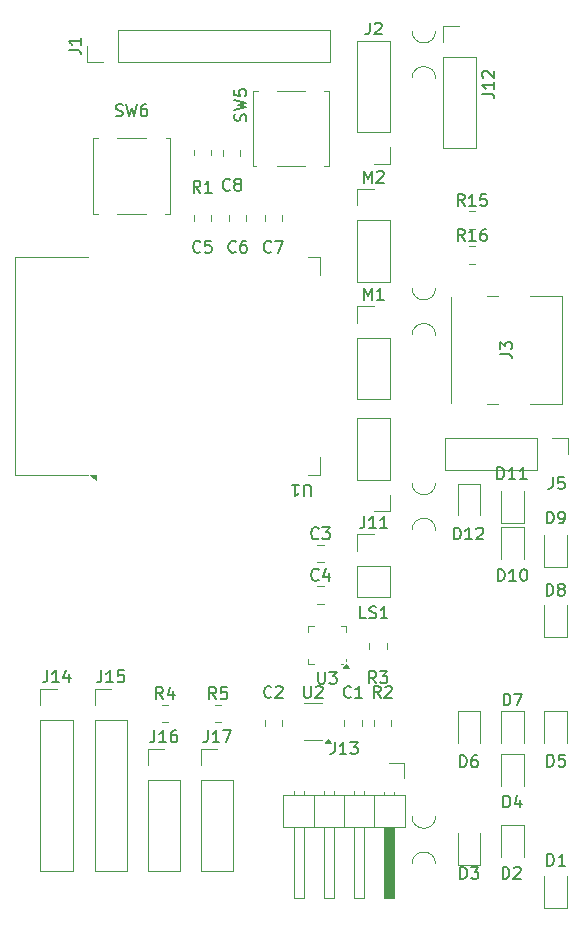
<source format=gbr>
%TF.GenerationSoftware,KiCad,Pcbnew,9.0.4*%
%TF.CreationDate,2025-12-17T09:45:10-05:00*%
%TF.ProjectId,TARS,54415253-2e6b-4696-9361-645f70636258,rev?*%
%TF.SameCoordinates,Original*%
%TF.FileFunction,Legend,Top*%
%TF.FilePolarity,Positive*%
%FSLAX46Y46*%
G04 Gerber Fmt 4.6, Leading zero omitted, Abs format (unit mm)*
G04 Created by KiCad (PCBNEW 9.0.4) date 2025-12-17 09:45:10*
%MOMM*%
%LPD*%
G01*
G04 APERTURE LIST*
%ADD10C,0.150000*%
%ADD11C,0.120000*%
%ADD12C,0.100000*%
G04 APERTURE END LIST*
D10*
X175201905Y-152407819D02*
X175201905Y-151407819D01*
X175201905Y-151407819D02*
X175440000Y-151407819D01*
X175440000Y-151407819D02*
X175582857Y-151455438D01*
X175582857Y-151455438D02*
X175678095Y-151550676D01*
X175678095Y-151550676D02*
X175725714Y-151645914D01*
X175725714Y-151645914D02*
X175773333Y-151836390D01*
X175773333Y-151836390D02*
X175773333Y-151979247D01*
X175773333Y-151979247D02*
X175725714Y-152169723D01*
X175725714Y-152169723D02*
X175678095Y-152264961D01*
X175678095Y-152264961D02*
X175582857Y-152360200D01*
X175582857Y-152360200D02*
X175440000Y-152407819D01*
X175440000Y-152407819D02*
X175201905Y-152407819D01*
X176725714Y-152407819D02*
X176154286Y-152407819D01*
X176440000Y-152407819D02*
X176440000Y-151407819D01*
X176440000Y-151407819D02*
X176344762Y-151550676D01*
X176344762Y-151550676D02*
X176249524Y-151645914D01*
X176249524Y-151645914D02*
X176154286Y-151693533D01*
X171021714Y-128308819D02*
X171021714Y-127308819D01*
X171021714Y-127308819D02*
X171259809Y-127308819D01*
X171259809Y-127308819D02*
X171402666Y-127356438D01*
X171402666Y-127356438D02*
X171497904Y-127451676D01*
X171497904Y-127451676D02*
X171545523Y-127546914D01*
X171545523Y-127546914D02*
X171593142Y-127737390D01*
X171593142Y-127737390D02*
X171593142Y-127880247D01*
X171593142Y-127880247D02*
X171545523Y-128070723D01*
X171545523Y-128070723D02*
X171497904Y-128165961D01*
X171497904Y-128165961D02*
X171402666Y-128261200D01*
X171402666Y-128261200D02*
X171259809Y-128308819D01*
X171259809Y-128308819D02*
X171021714Y-128308819D01*
X172545523Y-128308819D02*
X171974095Y-128308819D01*
X172259809Y-128308819D02*
X172259809Y-127308819D01*
X172259809Y-127308819D02*
X172164571Y-127451676D01*
X172164571Y-127451676D02*
X172069333Y-127546914D01*
X172069333Y-127546914D02*
X171974095Y-127594533D01*
X173164571Y-127308819D02*
X173259809Y-127308819D01*
X173259809Y-127308819D02*
X173355047Y-127356438D01*
X173355047Y-127356438D02*
X173402666Y-127404057D01*
X173402666Y-127404057D02*
X173450285Y-127499295D01*
X173450285Y-127499295D02*
X173497904Y-127689771D01*
X173497904Y-127689771D02*
X173497904Y-127927866D01*
X173497904Y-127927866D02*
X173450285Y-128118342D01*
X173450285Y-128118342D02*
X173402666Y-128213580D01*
X173402666Y-128213580D02*
X173355047Y-128261200D01*
X173355047Y-128261200D02*
X173259809Y-128308819D01*
X173259809Y-128308819D02*
X173164571Y-128308819D01*
X173164571Y-128308819D02*
X173069333Y-128261200D01*
X173069333Y-128261200D02*
X173021714Y-128213580D01*
X173021714Y-128213580D02*
X172974095Y-128118342D01*
X172974095Y-128118342D02*
X172926476Y-127927866D01*
X172926476Y-127927866D02*
X172926476Y-127689771D01*
X172926476Y-127689771D02*
X172974095Y-127499295D01*
X172974095Y-127499295D02*
X173021714Y-127404057D01*
X173021714Y-127404057D02*
X173069333Y-127356438D01*
X173069333Y-127356438D02*
X173164571Y-127308819D01*
X159690476Y-122834819D02*
X159690476Y-123549104D01*
X159690476Y-123549104D02*
X159642857Y-123691961D01*
X159642857Y-123691961D02*
X159547619Y-123787200D01*
X159547619Y-123787200D02*
X159404762Y-123834819D01*
X159404762Y-123834819D02*
X159309524Y-123834819D01*
X160690476Y-123834819D02*
X160119048Y-123834819D01*
X160404762Y-123834819D02*
X160404762Y-122834819D01*
X160404762Y-122834819D02*
X160309524Y-122977676D01*
X160309524Y-122977676D02*
X160214286Y-123072914D01*
X160214286Y-123072914D02*
X160119048Y-123120533D01*
X161642857Y-123834819D02*
X161071429Y-123834819D01*
X161357143Y-123834819D02*
X161357143Y-122834819D01*
X161357143Y-122834819D02*
X161261905Y-122977676D01*
X161261905Y-122977676D02*
X161166667Y-123072914D01*
X161166667Y-123072914D02*
X161071429Y-123120533D01*
X137440476Y-135874819D02*
X137440476Y-136589104D01*
X137440476Y-136589104D02*
X137392857Y-136731961D01*
X137392857Y-136731961D02*
X137297619Y-136827200D01*
X137297619Y-136827200D02*
X137154762Y-136874819D01*
X137154762Y-136874819D02*
X137059524Y-136874819D01*
X138440476Y-136874819D02*
X137869048Y-136874819D01*
X138154762Y-136874819D02*
X138154762Y-135874819D01*
X138154762Y-135874819D02*
X138059524Y-136017676D01*
X138059524Y-136017676D02*
X137964286Y-136112914D01*
X137964286Y-136112914D02*
X137869048Y-136160533D01*
X139345238Y-135874819D02*
X138869048Y-135874819D01*
X138869048Y-135874819D02*
X138821429Y-136351009D01*
X138821429Y-136351009D02*
X138869048Y-136303390D01*
X138869048Y-136303390D02*
X138964286Y-136255771D01*
X138964286Y-136255771D02*
X139202381Y-136255771D01*
X139202381Y-136255771D02*
X139297619Y-136303390D01*
X139297619Y-136303390D02*
X139345238Y-136351009D01*
X139345238Y-136351009D02*
X139392857Y-136446247D01*
X139392857Y-136446247D02*
X139392857Y-136684342D01*
X139392857Y-136684342D02*
X139345238Y-136779580D01*
X139345238Y-136779580D02*
X139297619Y-136827200D01*
X139297619Y-136827200D02*
X139202381Y-136874819D01*
X139202381Y-136874819D02*
X138964286Y-136874819D01*
X138964286Y-136874819D02*
X138869048Y-136827200D01*
X138869048Y-136827200D02*
X138821429Y-136779580D01*
X146440476Y-140954819D02*
X146440476Y-141669104D01*
X146440476Y-141669104D02*
X146392857Y-141811961D01*
X146392857Y-141811961D02*
X146297619Y-141907200D01*
X146297619Y-141907200D02*
X146154762Y-141954819D01*
X146154762Y-141954819D02*
X146059524Y-141954819D01*
X147440476Y-141954819D02*
X146869048Y-141954819D01*
X147154762Y-141954819D02*
X147154762Y-140954819D01*
X147154762Y-140954819D02*
X147059524Y-141097676D01*
X147059524Y-141097676D02*
X146964286Y-141192914D01*
X146964286Y-141192914D02*
X146869048Y-141240533D01*
X147773810Y-140954819D02*
X148440476Y-140954819D01*
X148440476Y-140954819D02*
X148011905Y-141954819D01*
X151823333Y-100409580D02*
X151775714Y-100457200D01*
X151775714Y-100457200D02*
X151632857Y-100504819D01*
X151632857Y-100504819D02*
X151537619Y-100504819D01*
X151537619Y-100504819D02*
X151394762Y-100457200D01*
X151394762Y-100457200D02*
X151299524Y-100361961D01*
X151299524Y-100361961D02*
X151251905Y-100266723D01*
X151251905Y-100266723D02*
X151204286Y-100076247D01*
X151204286Y-100076247D02*
X151204286Y-99933390D01*
X151204286Y-99933390D02*
X151251905Y-99742914D01*
X151251905Y-99742914D02*
X151299524Y-99647676D01*
X151299524Y-99647676D02*
X151394762Y-99552438D01*
X151394762Y-99552438D02*
X151537619Y-99504819D01*
X151537619Y-99504819D02*
X151632857Y-99504819D01*
X151632857Y-99504819D02*
X151775714Y-99552438D01*
X151775714Y-99552438D02*
X151823333Y-99600057D01*
X152156667Y-99504819D02*
X152823333Y-99504819D01*
X152823333Y-99504819D02*
X152394762Y-100504819D01*
X168195642Y-96554819D02*
X167862309Y-96078628D01*
X167624214Y-96554819D02*
X167624214Y-95554819D01*
X167624214Y-95554819D02*
X168005166Y-95554819D01*
X168005166Y-95554819D02*
X168100404Y-95602438D01*
X168100404Y-95602438D02*
X168148023Y-95650057D01*
X168148023Y-95650057D02*
X168195642Y-95745295D01*
X168195642Y-95745295D02*
X168195642Y-95888152D01*
X168195642Y-95888152D02*
X168148023Y-95983390D01*
X168148023Y-95983390D02*
X168100404Y-96031009D01*
X168100404Y-96031009D02*
X168005166Y-96078628D01*
X168005166Y-96078628D02*
X167624214Y-96078628D01*
X169148023Y-96554819D02*
X168576595Y-96554819D01*
X168862309Y-96554819D02*
X168862309Y-95554819D01*
X168862309Y-95554819D02*
X168767071Y-95697676D01*
X168767071Y-95697676D02*
X168671833Y-95792914D01*
X168671833Y-95792914D02*
X168576595Y-95840533D01*
X170052785Y-95554819D02*
X169576595Y-95554819D01*
X169576595Y-95554819D02*
X169528976Y-96031009D01*
X169528976Y-96031009D02*
X169576595Y-95983390D01*
X169576595Y-95983390D02*
X169671833Y-95935771D01*
X169671833Y-95935771D02*
X169909928Y-95935771D01*
X169909928Y-95935771D02*
X170005166Y-95983390D01*
X170005166Y-95983390D02*
X170052785Y-96031009D01*
X170052785Y-96031009D02*
X170100404Y-96126247D01*
X170100404Y-96126247D02*
X170100404Y-96364342D01*
X170100404Y-96364342D02*
X170052785Y-96459580D01*
X170052785Y-96459580D02*
X170005166Y-96507200D01*
X170005166Y-96507200D02*
X169909928Y-96554819D01*
X169909928Y-96554819D02*
X169671833Y-96554819D01*
X169671833Y-96554819D02*
X169576595Y-96507200D01*
X169576595Y-96507200D02*
X169528976Y-96459580D01*
X155161904Y-121140180D02*
X155161904Y-120330657D01*
X155161904Y-120330657D02*
X155114285Y-120235419D01*
X155114285Y-120235419D02*
X155066666Y-120187800D01*
X155066666Y-120187800D02*
X154971428Y-120140180D01*
X154971428Y-120140180D02*
X154780952Y-120140180D01*
X154780952Y-120140180D02*
X154685714Y-120187800D01*
X154685714Y-120187800D02*
X154638095Y-120235419D01*
X154638095Y-120235419D02*
X154590476Y-120330657D01*
X154590476Y-120330657D02*
X154590476Y-121140180D01*
X153590476Y-120140180D02*
X154161904Y-120140180D01*
X153876190Y-120140180D02*
X153876190Y-121140180D01*
X153876190Y-121140180D02*
X153971428Y-120997323D01*
X153971428Y-120997323D02*
X154066666Y-120902085D01*
X154066666Y-120902085D02*
X154161904Y-120854466D01*
X155833333Y-124679580D02*
X155785714Y-124727200D01*
X155785714Y-124727200D02*
X155642857Y-124774819D01*
X155642857Y-124774819D02*
X155547619Y-124774819D01*
X155547619Y-124774819D02*
X155404762Y-124727200D01*
X155404762Y-124727200D02*
X155309524Y-124631961D01*
X155309524Y-124631961D02*
X155261905Y-124536723D01*
X155261905Y-124536723D02*
X155214286Y-124346247D01*
X155214286Y-124346247D02*
X155214286Y-124203390D01*
X155214286Y-124203390D02*
X155261905Y-124012914D01*
X155261905Y-124012914D02*
X155309524Y-123917676D01*
X155309524Y-123917676D02*
X155404762Y-123822438D01*
X155404762Y-123822438D02*
X155547619Y-123774819D01*
X155547619Y-123774819D02*
X155642857Y-123774819D01*
X155642857Y-123774819D02*
X155785714Y-123822438D01*
X155785714Y-123822438D02*
X155833333Y-123870057D01*
X156166667Y-123774819D02*
X156785714Y-123774819D01*
X156785714Y-123774819D02*
X156452381Y-124155771D01*
X156452381Y-124155771D02*
X156595238Y-124155771D01*
X156595238Y-124155771D02*
X156690476Y-124203390D01*
X156690476Y-124203390D02*
X156738095Y-124251009D01*
X156738095Y-124251009D02*
X156785714Y-124346247D01*
X156785714Y-124346247D02*
X156785714Y-124584342D01*
X156785714Y-124584342D02*
X156738095Y-124679580D01*
X156738095Y-124679580D02*
X156690476Y-124727200D01*
X156690476Y-124727200D02*
X156595238Y-124774819D01*
X156595238Y-124774819D02*
X156309524Y-124774819D01*
X156309524Y-124774819D02*
X156214286Y-124727200D01*
X156214286Y-124727200D02*
X156166667Y-124679580D01*
X159857142Y-131454819D02*
X159380952Y-131454819D01*
X159380952Y-131454819D02*
X159380952Y-130454819D01*
X160142857Y-131407200D02*
X160285714Y-131454819D01*
X160285714Y-131454819D02*
X160523809Y-131454819D01*
X160523809Y-131454819D02*
X160619047Y-131407200D01*
X160619047Y-131407200D02*
X160666666Y-131359580D01*
X160666666Y-131359580D02*
X160714285Y-131264342D01*
X160714285Y-131264342D02*
X160714285Y-131169104D01*
X160714285Y-131169104D02*
X160666666Y-131073866D01*
X160666666Y-131073866D02*
X160619047Y-131026247D01*
X160619047Y-131026247D02*
X160523809Y-130978628D01*
X160523809Y-130978628D02*
X160333333Y-130931009D01*
X160333333Y-130931009D02*
X160238095Y-130883390D01*
X160238095Y-130883390D02*
X160190476Y-130835771D01*
X160190476Y-130835771D02*
X160142857Y-130740533D01*
X160142857Y-130740533D02*
X160142857Y-130645295D01*
X160142857Y-130645295D02*
X160190476Y-130550057D01*
X160190476Y-130550057D02*
X160238095Y-130502438D01*
X160238095Y-130502438D02*
X160333333Y-130454819D01*
X160333333Y-130454819D02*
X160571428Y-130454819D01*
X160571428Y-130454819D02*
X160714285Y-130502438D01*
X161666666Y-131454819D02*
X161095238Y-131454819D01*
X161380952Y-131454819D02*
X161380952Y-130454819D01*
X161380952Y-130454819D02*
X161285714Y-130597676D01*
X161285714Y-130597676D02*
X161190476Y-130692914D01*
X161190476Y-130692914D02*
X161095238Y-130740533D01*
X145823333Y-100409580D02*
X145775714Y-100457200D01*
X145775714Y-100457200D02*
X145632857Y-100504819D01*
X145632857Y-100504819D02*
X145537619Y-100504819D01*
X145537619Y-100504819D02*
X145394762Y-100457200D01*
X145394762Y-100457200D02*
X145299524Y-100361961D01*
X145299524Y-100361961D02*
X145251905Y-100266723D01*
X145251905Y-100266723D02*
X145204286Y-100076247D01*
X145204286Y-100076247D02*
X145204286Y-99933390D01*
X145204286Y-99933390D02*
X145251905Y-99742914D01*
X145251905Y-99742914D02*
X145299524Y-99647676D01*
X145299524Y-99647676D02*
X145394762Y-99552438D01*
X145394762Y-99552438D02*
X145537619Y-99504819D01*
X145537619Y-99504819D02*
X145632857Y-99504819D01*
X145632857Y-99504819D02*
X145775714Y-99552438D01*
X145775714Y-99552438D02*
X145823333Y-99600057D01*
X146728095Y-99504819D02*
X146251905Y-99504819D01*
X146251905Y-99504819D02*
X146204286Y-99981009D01*
X146204286Y-99981009D02*
X146251905Y-99933390D01*
X146251905Y-99933390D02*
X146347143Y-99885771D01*
X146347143Y-99885771D02*
X146585238Y-99885771D01*
X146585238Y-99885771D02*
X146680476Y-99933390D01*
X146680476Y-99933390D02*
X146728095Y-99981009D01*
X146728095Y-99981009D02*
X146775714Y-100076247D01*
X146775714Y-100076247D02*
X146775714Y-100314342D01*
X146775714Y-100314342D02*
X146728095Y-100409580D01*
X146728095Y-100409580D02*
X146680476Y-100457200D01*
X146680476Y-100457200D02*
X146585238Y-100504819D01*
X146585238Y-100504819D02*
X146347143Y-100504819D01*
X146347143Y-100504819D02*
X146251905Y-100457200D01*
X146251905Y-100457200D02*
X146204286Y-100409580D01*
X159690476Y-94574819D02*
X159690476Y-93574819D01*
X159690476Y-93574819D02*
X160023809Y-94289104D01*
X160023809Y-94289104D02*
X160357142Y-93574819D01*
X160357142Y-93574819D02*
X160357142Y-94574819D01*
X160785714Y-93670057D02*
X160833333Y-93622438D01*
X160833333Y-93622438D02*
X160928571Y-93574819D01*
X160928571Y-93574819D02*
X161166666Y-93574819D01*
X161166666Y-93574819D02*
X161261904Y-93622438D01*
X161261904Y-93622438D02*
X161309523Y-93670057D01*
X161309523Y-93670057D02*
X161357142Y-93765295D01*
X161357142Y-93765295D02*
X161357142Y-93860533D01*
X161357142Y-93860533D02*
X161309523Y-94003390D01*
X161309523Y-94003390D02*
X160738095Y-94574819D01*
X160738095Y-94574819D02*
X161357142Y-94574819D01*
X175200905Y-144021819D02*
X175200905Y-143021819D01*
X175200905Y-143021819D02*
X175439000Y-143021819D01*
X175439000Y-143021819D02*
X175581857Y-143069438D01*
X175581857Y-143069438D02*
X175677095Y-143164676D01*
X175677095Y-143164676D02*
X175724714Y-143259914D01*
X175724714Y-143259914D02*
X175772333Y-143450390D01*
X175772333Y-143450390D02*
X175772333Y-143593247D01*
X175772333Y-143593247D02*
X175724714Y-143783723D01*
X175724714Y-143783723D02*
X175677095Y-143878961D01*
X175677095Y-143878961D02*
X175581857Y-143974200D01*
X175581857Y-143974200D02*
X175439000Y-144021819D01*
X175439000Y-144021819D02*
X175200905Y-144021819D01*
X176677095Y-143021819D02*
X176200905Y-143021819D01*
X176200905Y-143021819D02*
X176153286Y-143498009D01*
X176153286Y-143498009D02*
X176200905Y-143450390D01*
X176200905Y-143450390D02*
X176296143Y-143402771D01*
X176296143Y-143402771D02*
X176534238Y-143402771D01*
X176534238Y-143402771D02*
X176629476Y-143450390D01*
X176629476Y-143450390D02*
X176677095Y-143498009D01*
X176677095Y-143498009D02*
X176724714Y-143593247D01*
X176724714Y-143593247D02*
X176724714Y-143831342D01*
X176724714Y-143831342D02*
X176677095Y-143926580D01*
X176677095Y-143926580D02*
X176629476Y-143974200D01*
X176629476Y-143974200D02*
X176534238Y-144021819D01*
X176534238Y-144021819D02*
X176296143Y-144021819D01*
X176296143Y-144021819D02*
X176200905Y-143974200D01*
X176200905Y-143974200D02*
X176153286Y-143926580D01*
X157190476Y-141954819D02*
X157190476Y-142669104D01*
X157190476Y-142669104D02*
X157142857Y-142811961D01*
X157142857Y-142811961D02*
X157047619Y-142907200D01*
X157047619Y-142907200D02*
X156904762Y-142954819D01*
X156904762Y-142954819D02*
X156809524Y-142954819D01*
X158190476Y-142954819D02*
X157619048Y-142954819D01*
X157904762Y-142954819D02*
X157904762Y-141954819D01*
X157904762Y-141954819D02*
X157809524Y-142097676D01*
X157809524Y-142097676D02*
X157714286Y-142192914D01*
X157714286Y-142192914D02*
X157619048Y-142240533D01*
X158523810Y-141954819D02*
X159142857Y-141954819D01*
X159142857Y-141954819D02*
X158809524Y-142335771D01*
X158809524Y-142335771D02*
X158952381Y-142335771D01*
X158952381Y-142335771D02*
X159047619Y-142383390D01*
X159047619Y-142383390D02*
X159095238Y-142431009D01*
X159095238Y-142431009D02*
X159142857Y-142526247D01*
X159142857Y-142526247D02*
X159142857Y-142764342D01*
X159142857Y-142764342D02*
X159095238Y-142859580D01*
X159095238Y-142859580D02*
X159047619Y-142907200D01*
X159047619Y-142907200D02*
X158952381Y-142954819D01*
X158952381Y-142954819D02*
X158666667Y-142954819D01*
X158666667Y-142954819D02*
X158571429Y-142907200D01*
X158571429Y-142907200D02*
X158523810Y-142859580D01*
X170976214Y-119676819D02*
X170976214Y-118676819D01*
X170976214Y-118676819D02*
X171214309Y-118676819D01*
X171214309Y-118676819D02*
X171357166Y-118724438D01*
X171357166Y-118724438D02*
X171452404Y-118819676D01*
X171452404Y-118819676D02*
X171500023Y-118914914D01*
X171500023Y-118914914D02*
X171547642Y-119105390D01*
X171547642Y-119105390D02*
X171547642Y-119248247D01*
X171547642Y-119248247D02*
X171500023Y-119438723D01*
X171500023Y-119438723D02*
X171452404Y-119533961D01*
X171452404Y-119533961D02*
X171357166Y-119629200D01*
X171357166Y-119629200D02*
X171214309Y-119676819D01*
X171214309Y-119676819D02*
X170976214Y-119676819D01*
X172500023Y-119676819D02*
X171928595Y-119676819D01*
X172214309Y-119676819D02*
X172214309Y-118676819D01*
X172214309Y-118676819D02*
X172119071Y-118819676D01*
X172119071Y-118819676D02*
X172023833Y-118914914D01*
X172023833Y-118914914D02*
X171928595Y-118962533D01*
X173452404Y-119676819D02*
X172880976Y-119676819D01*
X173166690Y-119676819D02*
X173166690Y-118676819D01*
X173166690Y-118676819D02*
X173071452Y-118819676D01*
X173071452Y-118819676D02*
X172976214Y-118914914D01*
X172976214Y-118914914D02*
X172880976Y-118962533D01*
X171426905Y-153514819D02*
X171426905Y-152514819D01*
X171426905Y-152514819D02*
X171665000Y-152514819D01*
X171665000Y-152514819D02*
X171807857Y-152562438D01*
X171807857Y-152562438D02*
X171903095Y-152657676D01*
X171903095Y-152657676D02*
X171950714Y-152752914D01*
X171950714Y-152752914D02*
X171998333Y-152943390D01*
X171998333Y-152943390D02*
X171998333Y-153086247D01*
X171998333Y-153086247D02*
X171950714Y-153276723D01*
X171950714Y-153276723D02*
X171903095Y-153371961D01*
X171903095Y-153371961D02*
X171807857Y-153467200D01*
X171807857Y-153467200D02*
X171665000Y-153514819D01*
X171665000Y-153514819D02*
X171426905Y-153514819D01*
X172379286Y-152610057D02*
X172426905Y-152562438D01*
X172426905Y-152562438D02*
X172522143Y-152514819D01*
X172522143Y-152514819D02*
X172760238Y-152514819D01*
X172760238Y-152514819D02*
X172855476Y-152562438D01*
X172855476Y-152562438D02*
X172903095Y-152610057D01*
X172903095Y-152610057D02*
X172950714Y-152705295D01*
X172950714Y-152705295D02*
X172950714Y-152800533D01*
X172950714Y-152800533D02*
X172903095Y-152943390D01*
X172903095Y-152943390D02*
X172331667Y-153514819D01*
X172331667Y-153514819D02*
X172950714Y-153514819D01*
X134684819Y-83333333D02*
X135399104Y-83333333D01*
X135399104Y-83333333D02*
X135541961Y-83380952D01*
X135541961Y-83380952D02*
X135637200Y-83476190D01*
X135637200Y-83476190D02*
X135684819Y-83619047D01*
X135684819Y-83619047D02*
X135684819Y-83714285D01*
X135684819Y-82333333D02*
X135684819Y-82904761D01*
X135684819Y-82619047D02*
X134684819Y-82619047D01*
X134684819Y-82619047D02*
X134827676Y-82714285D01*
X134827676Y-82714285D02*
X134922914Y-82809523D01*
X134922914Y-82809523D02*
X134970533Y-82904761D01*
X158583333Y-138109580D02*
X158535714Y-138157200D01*
X158535714Y-138157200D02*
X158392857Y-138204819D01*
X158392857Y-138204819D02*
X158297619Y-138204819D01*
X158297619Y-138204819D02*
X158154762Y-138157200D01*
X158154762Y-138157200D02*
X158059524Y-138061961D01*
X158059524Y-138061961D02*
X158011905Y-137966723D01*
X158011905Y-137966723D02*
X157964286Y-137776247D01*
X157964286Y-137776247D02*
X157964286Y-137633390D01*
X157964286Y-137633390D02*
X158011905Y-137442914D01*
X158011905Y-137442914D02*
X158059524Y-137347676D01*
X158059524Y-137347676D02*
X158154762Y-137252438D01*
X158154762Y-137252438D02*
X158297619Y-137204819D01*
X158297619Y-137204819D02*
X158392857Y-137204819D01*
X158392857Y-137204819D02*
X158535714Y-137252438D01*
X158535714Y-137252438D02*
X158583333Y-137300057D01*
X159535714Y-138204819D02*
X158964286Y-138204819D01*
X159250000Y-138204819D02*
X159250000Y-137204819D01*
X159250000Y-137204819D02*
X159154762Y-137347676D01*
X159154762Y-137347676D02*
X159059524Y-137442914D01*
X159059524Y-137442914D02*
X158964286Y-137490533D01*
X148823333Y-100409580D02*
X148775714Y-100457200D01*
X148775714Y-100457200D02*
X148632857Y-100504819D01*
X148632857Y-100504819D02*
X148537619Y-100504819D01*
X148537619Y-100504819D02*
X148394762Y-100457200D01*
X148394762Y-100457200D02*
X148299524Y-100361961D01*
X148299524Y-100361961D02*
X148251905Y-100266723D01*
X148251905Y-100266723D02*
X148204286Y-100076247D01*
X148204286Y-100076247D02*
X148204286Y-99933390D01*
X148204286Y-99933390D02*
X148251905Y-99742914D01*
X148251905Y-99742914D02*
X148299524Y-99647676D01*
X148299524Y-99647676D02*
X148394762Y-99552438D01*
X148394762Y-99552438D02*
X148537619Y-99504819D01*
X148537619Y-99504819D02*
X148632857Y-99504819D01*
X148632857Y-99504819D02*
X148775714Y-99552438D01*
X148775714Y-99552438D02*
X148823333Y-99600057D01*
X149680476Y-99504819D02*
X149490000Y-99504819D01*
X149490000Y-99504819D02*
X149394762Y-99552438D01*
X149394762Y-99552438D02*
X149347143Y-99600057D01*
X149347143Y-99600057D02*
X149251905Y-99742914D01*
X149251905Y-99742914D02*
X149204286Y-99933390D01*
X149204286Y-99933390D02*
X149204286Y-100314342D01*
X149204286Y-100314342D02*
X149251905Y-100409580D01*
X149251905Y-100409580D02*
X149299524Y-100457200D01*
X149299524Y-100457200D02*
X149394762Y-100504819D01*
X149394762Y-100504819D02*
X149585238Y-100504819D01*
X149585238Y-100504819D02*
X149680476Y-100457200D01*
X149680476Y-100457200D02*
X149728095Y-100409580D01*
X149728095Y-100409580D02*
X149775714Y-100314342D01*
X149775714Y-100314342D02*
X149775714Y-100076247D01*
X149775714Y-100076247D02*
X149728095Y-99981009D01*
X149728095Y-99981009D02*
X149680476Y-99933390D01*
X149680476Y-99933390D02*
X149585238Y-99885771D01*
X149585238Y-99885771D02*
X149394762Y-99885771D01*
X149394762Y-99885771D02*
X149299524Y-99933390D01*
X149299524Y-99933390D02*
X149251905Y-99981009D01*
X149251905Y-99981009D02*
X149204286Y-100076247D01*
X175163905Y-123422819D02*
X175163905Y-122422819D01*
X175163905Y-122422819D02*
X175402000Y-122422819D01*
X175402000Y-122422819D02*
X175544857Y-122470438D01*
X175544857Y-122470438D02*
X175640095Y-122565676D01*
X175640095Y-122565676D02*
X175687714Y-122660914D01*
X175687714Y-122660914D02*
X175735333Y-122851390D01*
X175735333Y-122851390D02*
X175735333Y-122994247D01*
X175735333Y-122994247D02*
X175687714Y-123184723D01*
X175687714Y-123184723D02*
X175640095Y-123279961D01*
X175640095Y-123279961D02*
X175544857Y-123375200D01*
X175544857Y-123375200D02*
X175402000Y-123422819D01*
X175402000Y-123422819D02*
X175163905Y-123422819D01*
X176211524Y-123422819D02*
X176402000Y-123422819D01*
X176402000Y-123422819D02*
X176497238Y-123375200D01*
X176497238Y-123375200D02*
X176544857Y-123327580D01*
X176544857Y-123327580D02*
X176640095Y-123184723D01*
X176640095Y-123184723D02*
X176687714Y-122994247D01*
X176687714Y-122994247D02*
X176687714Y-122613295D01*
X176687714Y-122613295D02*
X176640095Y-122518057D01*
X176640095Y-122518057D02*
X176592476Y-122470438D01*
X176592476Y-122470438D02*
X176497238Y-122422819D01*
X176497238Y-122422819D02*
X176306762Y-122422819D01*
X176306762Y-122422819D02*
X176211524Y-122470438D01*
X176211524Y-122470438D02*
X176163905Y-122518057D01*
X176163905Y-122518057D02*
X176116286Y-122613295D01*
X176116286Y-122613295D02*
X176116286Y-122851390D01*
X176116286Y-122851390D02*
X176163905Y-122946628D01*
X176163905Y-122946628D02*
X176211524Y-122994247D01*
X176211524Y-122994247D02*
X176306762Y-123041866D01*
X176306762Y-123041866D02*
X176497238Y-123041866D01*
X176497238Y-123041866D02*
X176592476Y-122994247D01*
X176592476Y-122994247D02*
X176640095Y-122946628D01*
X176640095Y-122946628D02*
X176687714Y-122851390D01*
X171205819Y-109083333D02*
X171920104Y-109083333D01*
X171920104Y-109083333D02*
X172062961Y-109130952D01*
X172062961Y-109130952D02*
X172158200Y-109226190D01*
X172158200Y-109226190D02*
X172205819Y-109369047D01*
X172205819Y-109369047D02*
X172205819Y-109464285D01*
X171205819Y-108702380D02*
X171205819Y-108083333D01*
X171205819Y-108083333D02*
X171586771Y-108416666D01*
X171586771Y-108416666D02*
X171586771Y-108273809D01*
X171586771Y-108273809D02*
X171634390Y-108178571D01*
X171634390Y-108178571D02*
X171682009Y-108130952D01*
X171682009Y-108130952D02*
X171777247Y-108083333D01*
X171777247Y-108083333D02*
X172015342Y-108083333D01*
X172015342Y-108083333D02*
X172110580Y-108130952D01*
X172110580Y-108130952D02*
X172158200Y-108178571D01*
X172158200Y-108178571D02*
X172205819Y-108273809D01*
X172205819Y-108273809D02*
X172205819Y-108559523D01*
X172205819Y-108559523D02*
X172158200Y-108654761D01*
X172158200Y-108654761D02*
X172110580Y-108702380D01*
X142670833Y-138304819D02*
X142337500Y-137828628D01*
X142099405Y-138304819D02*
X142099405Y-137304819D01*
X142099405Y-137304819D02*
X142480357Y-137304819D01*
X142480357Y-137304819D02*
X142575595Y-137352438D01*
X142575595Y-137352438D02*
X142623214Y-137400057D01*
X142623214Y-137400057D02*
X142670833Y-137495295D01*
X142670833Y-137495295D02*
X142670833Y-137638152D01*
X142670833Y-137638152D02*
X142623214Y-137733390D01*
X142623214Y-137733390D02*
X142575595Y-137781009D01*
X142575595Y-137781009D02*
X142480357Y-137828628D01*
X142480357Y-137828628D02*
X142099405Y-137828628D01*
X143527976Y-137638152D02*
X143527976Y-138304819D01*
X143289881Y-137257200D02*
X143051786Y-137971485D01*
X143051786Y-137971485D02*
X143670833Y-137971485D01*
X175666666Y-119520819D02*
X175666666Y-120235104D01*
X175666666Y-120235104D02*
X175619047Y-120377961D01*
X175619047Y-120377961D02*
X175523809Y-120473200D01*
X175523809Y-120473200D02*
X175380952Y-120520819D01*
X175380952Y-120520819D02*
X175285714Y-120520819D01*
X176619047Y-119520819D02*
X176142857Y-119520819D01*
X176142857Y-119520819D02*
X176095238Y-119997009D01*
X176095238Y-119997009D02*
X176142857Y-119949390D01*
X176142857Y-119949390D02*
X176238095Y-119901771D01*
X176238095Y-119901771D02*
X176476190Y-119901771D01*
X176476190Y-119901771D02*
X176571428Y-119949390D01*
X176571428Y-119949390D02*
X176619047Y-119997009D01*
X176619047Y-119997009D02*
X176666666Y-120092247D01*
X176666666Y-120092247D02*
X176666666Y-120330342D01*
X176666666Y-120330342D02*
X176619047Y-120425580D01*
X176619047Y-120425580D02*
X176571428Y-120473200D01*
X176571428Y-120473200D02*
X176476190Y-120520819D01*
X176476190Y-120520819D02*
X176238095Y-120520819D01*
X176238095Y-120520819D02*
X176142857Y-120473200D01*
X176142857Y-120473200D02*
X176095238Y-120425580D01*
X155833333Y-128179580D02*
X155785714Y-128227200D01*
X155785714Y-128227200D02*
X155642857Y-128274819D01*
X155642857Y-128274819D02*
X155547619Y-128274819D01*
X155547619Y-128274819D02*
X155404762Y-128227200D01*
X155404762Y-128227200D02*
X155309524Y-128131961D01*
X155309524Y-128131961D02*
X155261905Y-128036723D01*
X155261905Y-128036723D02*
X155214286Y-127846247D01*
X155214286Y-127846247D02*
X155214286Y-127703390D01*
X155214286Y-127703390D02*
X155261905Y-127512914D01*
X155261905Y-127512914D02*
X155309524Y-127417676D01*
X155309524Y-127417676D02*
X155404762Y-127322438D01*
X155404762Y-127322438D02*
X155547619Y-127274819D01*
X155547619Y-127274819D02*
X155642857Y-127274819D01*
X155642857Y-127274819D02*
X155785714Y-127322438D01*
X155785714Y-127322438D02*
X155833333Y-127370057D01*
X156690476Y-127608152D02*
X156690476Y-128274819D01*
X156452381Y-127227200D02*
X156214286Y-127941485D01*
X156214286Y-127941485D02*
X156833333Y-127941485D01*
X154600595Y-137204819D02*
X154600595Y-138014342D01*
X154600595Y-138014342D02*
X154648214Y-138109580D01*
X154648214Y-138109580D02*
X154695833Y-138157200D01*
X154695833Y-138157200D02*
X154791071Y-138204819D01*
X154791071Y-138204819D02*
X154981547Y-138204819D01*
X154981547Y-138204819D02*
X155076785Y-138157200D01*
X155076785Y-138157200D02*
X155124404Y-138109580D01*
X155124404Y-138109580D02*
X155172023Y-138014342D01*
X155172023Y-138014342D02*
X155172023Y-137204819D01*
X155600595Y-137300057D02*
X155648214Y-137252438D01*
X155648214Y-137252438D02*
X155743452Y-137204819D01*
X155743452Y-137204819D02*
X155981547Y-137204819D01*
X155981547Y-137204819D02*
X156076785Y-137252438D01*
X156076785Y-137252438D02*
X156124404Y-137300057D01*
X156124404Y-137300057D02*
X156172023Y-137395295D01*
X156172023Y-137395295D02*
X156172023Y-137490533D01*
X156172023Y-137490533D02*
X156124404Y-137633390D01*
X156124404Y-137633390D02*
X155552976Y-138204819D01*
X155552976Y-138204819D02*
X156172023Y-138204819D01*
X138666667Y-88907200D02*
X138809524Y-88954819D01*
X138809524Y-88954819D02*
X139047619Y-88954819D01*
X139047619Y-88954819D02*
X139142857Y-88907200D01*
X139142857Y-88907200D02*
X139190476Y-88859580D01*
X139190476Y-88859580D02*
X139238095Y-88764342D01*
X139238095Y-88764342D02*
X139238095Y-88669104D01*
X139238095Y-88669104D02*
X139190476Y-88573866D01*
X139190476Y-88573866D02*
X139142857Y-88526247D01*
X139142857Y-88526247D02*
X139047619Y-88478628D01*
X139047619Y-88478628D02*
X138857143Y-88431009D01*
X138857143Y-88431009D02*
X138761905Y-88383390D01*
X138761905Y-88383390D02*
X138714286Y-88335771D01*
X138714286Y-88335771D02*
X138666667Y-88240533D01*
X138666667Y-88240533D02*
X138666667Y-88145295D01*
X138666667Y-88145295D02*
X138714286Y-88050057D01*
X138714286Y-88050057D02*
X138761905Y-88002438D01*
X138761905Y-88002438D02*
X138857143Y-87954819D01*
X138857143Y-87954819D02*
X139095238Y-87954819D01*
X139095238Y-87954819D02*
X139238095Y-88002438D01*
X139571429Y-87954819D02*
X139809524Y-88954819D01*
X139809524Y-88954819D02*
X140000000Y-88240533D01*
X140000000Y-88240533D02*
X140190476Y-88954819D01*
X140190476Y-88954819D02*
X140428572Y-87954819D01*
X141238095Y-87954819D02*
X141047619Y-87954819D01*
X141047619Y-87954819D02*
X140952381Y-88002438D01*
X140952381Y-88002438D02*
X140904762Y-88050057D01*
X140904762Y-88050057D02*
X140809524Y-88192914D01*
X140809524Y-88192914D02*
X140761905Y-88383390D01*
X140761905Y-88383390D02*
X140761905Y-88764342D01*
X140761905Y-88764342D02*
X140809524Y-88859580D01*
X140809524Y-88859580D02*
X140857143Y-88907200D01*
X140857143Y-88907200D02*
X140952381Y-88954819D01*
X140952381Y-88954819D02*
X141142857Y-88954819D01*
X141142857Y-88954819D02*
X141238095Y-88907200D01*
X141238095Y-88907200D02*
X141285714Y-88859580D01*
X141285714Y-88859580D02*
X141333333Y-88764342D01*
X141333333Y-88764342D02*
X141333333Y-88526247D01*
X141333333Y-88526247D02*
X141285714Y-88431009D01*
X141285714Y-88431009D02*
X141238095Y-88383390D01*
X141238095Y-88383390D02*
X141142857Y-88335771D01*
X141142857Y-88335771D02*
X140952381Y-88335771D01*
X140952381Y-88335771D02*
X140857143Y-88383390D01*
X140857143Y-88383390D02*
X140809524Y-88431009D01*
X140809524Y-88431009D02*
X140761905Y-88526247D01*
X159690476Y-104494819D02*
X159690476Y-103494819D01*
X159690476Y-103494819D02*
X160023809Y-104209104D01*
X160023809Y-104209104D02*
X160357142Y-103494819D01*
X160357142Y-103494819D02*
X160357142Y-104494819D01*
X161357142Y-104494819D02*
X160785714Y-104494819D01*
X161071428Y-104494819D02*
X161071428Y-103494819D01*
X161071428Y-103494819D02*
X160976190Y-103637676D01*
X160976190Y-103637676D02*
X160880952Y-103732914D01*
X160880952Y-103732914D02*
X160785714Y-103780533D01*
X171479905Y-147480819D02*
X171479905Y-146480819D01*
X171479905Y-146480819D02*
X171718000Y-146480819D01*
X171718000Y-146480819D02*
X171860857Y-146528438D01*
X171860857Y-146528438D02*
X171956095Y-146623676D01*
X171956095Y-146623676D02*
X172003714Y-146718914D01*
X172003714Y-146718914D02*
X172051333Y-146909390D01*
X172051333Y-146909390D02*
X172051333Y-147052247D01*
X172051333Y-147052247D02*
X172003714Y-147242723D01*
X172003714Y-147242723D02*
X171956095Y-147337961D01*
X171956095Y-147337961D02*
X171860857Y-147433200D01*
X171860857Y-147433200D02*
X171718000Y-147480819D01*
X171718000Y-147480819D02*
X171479905Y-147480819D01*
X172908476Y-146814152D02*
X172908476Y-147480819D01*
X172670381Y-146433200D02*
X172432286Y-147147485D01*
X172432286Y-147147485D02*
X173051333Y-147147485D01*
X161083333Y-138204819D02*
X160750000Y-137728628D01*
X160511905Y-138204819D02*
X160511905Y-137204819D01*
X160511905Y-137204819D02*
X160892857Y-137204819D01*
X160892857Y-137204819D02*
X160988095Y-137252438D01*
X160988095Y-137252438D02*
X161035714Y-137300057D01*
X161035714Y-137300057D02*
X161083333Y-137395295D01*
X161083333Y-137395295D02*
X161083333Y-137538152D01*
X161083333Y-137538152D02*
X161035714Y-137633390D01*
X161035714Y-137633390D02*
X160988095Y-137681009D01*
X160988095Y-137681009D02*
X160892857Y-137728628D01*
X160892857Y-137728628D02*
X160511905Y-137728628D01*
X161464286Y-137300057D02*
X161511905Y-137252438D01*
X161511905Y-137252438D02*
X161607143Y-137204819D01*
X161607143Y-137204819D02*
X161845238Y-137204819D01*
X161845238Y-137204819D02*
X161940476Y-137252438D01*
X161940476Y-137252438D02*
X161988095Y-137300057D01*
X161988095Y-137300057D02*
X162035714Y-137395295D01*
X162035714Y-137395295D02*
X162035714Y-137490533D01*
X162035714Y-137490533D02*
X161988095Y-137633390D01*
X161988095Y-137633390D02*
X161416667Y-138204819D01*
X161416667Y-138204819D02*
X162035714Y-138204819D01*
X145823333Y-95417319D02*
X145490000Y-94941128D01*
X145251905Y-95417319D02*
X145251905Y-94417319D01*
X145251905Y-94417319D02*
X145632857Y-94417319D01*
X145632857Y-94417319D02*
X145728095Y-94464938D01*
X145728095Y-94464938D02*
X145775714Y-94512557D01*
X145775714Y-94512557D02*
X145823333Y-94607795D01*
X145823333Y-94607795D02*
X145823333Y-94750652D01*
X145823333Y-94750652D02*
X145775714Y-94845890D01*
X145775714Y-94845890D02*
X145728095Y-94893509D01*
X145728095Y-94893509D02*
X145632857Y-94941128D01*
X145632857Y-94941128D02*
X145251905Y-94941128D01*
X146775714Y-95417319D02*
X146204286Y-95417319D01*
X146490000Y-95417319D02*
X146490000Y-94417319D01*
X146490000Y-94417319D02*
X146394762Y-94560176D01*
X146394762Y-94560176D02*
X146299524Y-94655414D01*
X146299524Y-94655414D02*
X146204286Y-94703033D01*
X167299714Y-124789319D02*
X167299714Y-123789319D01*
X167299714Y-123789319D02*
X167537809Y-123789319D01*
X167537809Y-123789319D02*
X167680666Y-123836938D01*
X167680666Y-123836938D02*
X167775904Y-123932176D01*
X167775904Y-123932176D02*
X167823523Y-124027414D01*
X167823523Y-124027414D02*
X167871142Y-124217890D01*
X167871142Y-124217890D02*
X167871142Y-124360747D01*
X167871142Y-124360747D02*
X167823523Y-124551223D01*
X167823523Y-124551223D02*
X167775904Y-124646461D01*
X167775904Y-124646461D02*
X167680666Y-124741700D01*
X167680666Y-124741700D02*
X167537809Y-124789319D01*
X167537809Y-124789319D02*
X167299714Y-124789319D01*
X168823523Y-124789319D02*
X168252095Y-124789319D01*
X168537809Y-124789319D02*
X168537809Y-123789319D01*
X168537809Y-123789319D02*
X168442571Y-123932176D01*
X168442571Y-123932176D02*
X168347333Y-124027414D01*
X168347333Y-124027414D02*
X168252095Y-124075033D01*
X169204476Y-123884557D02*
X169252095Y-123836938D01*
X169252095Y-123836938D02*
X169347333Y-123789319D01*
X169347333Y-123789319D02*
X169585428Y-123789319D01*
X169585428Y-123789319D02*
X169680666Y-123836938D01*
X169680666Y-123836938D02*
X169728285Y-123884557D01*
X169728285Y-123884557D02*
X169775904Y-123979795D01*
X169775904Y-123979795D02*
X169775904Y-124075033D01*
X169775904Y-124075033D02*
X169728285Y-124217890D01*
X169728285Y-124217890D02*
X169156857Y-124789319D01*
X169156857Y-124789319D02*
X169775904Y-124789319D01*
X147170833Y-138304819D02*
X146837500Y-137828628D01*
X146599405Y-138304819D02*
X146599405Y-137304819D01*
X146599405Y-137304819D02*
X146980357Y-137304819D01*
X146980357Y-137304819D02*
X147075595Y-137352438D01*
X147075595Y-137352438D02*
X147123214Y-137400057D01*
X147123214Y-137400057D02*
X147170833Y-137495295D01*
X147170833Y-137495295D02*
X147170833Y-137638152D01*
X147170833Y-137638152D02*
X147123214Y-137733390D01*
X147123214Y-137733390D02*
X147075595Y-137781009D01*
X147075595Y-137781009D02*
X146980357Y-137828628D01*
X146980357Y-137828628D02*
X146599405Y-137828628D01*
X148075595Y-137304819D02*
X147599405Y-137304819D01*
X147599405Y-137304819D02*
X147551786Y-137781009D01*
X147551786Y-137781009D02*
X147599405Y-137733390D01*
X147599405Y-137733390D02*
X147694643Y-137685771D01*
X147694643Y-137685771D02*
X147932738Y-137685771D01*
X147932738Y-137685771D02*
X148027976Y-137733390D01*
X148027976Y-137733390D02*
X148075595Y-137781009D01*
X148075595Y-137781009D02*
X148123214Y-137876247D01*
X148123214Y-137876247D02*
X148123214Y-138114342D01*
X148123214Y-138114342D02*
X148075595Y-138209580D01*
X148075595Y-138209580D02*
X148027976Y-138257200D01*
X148027976Y-138257200D02*
X147932738Y-138304819D01*
X147932738Y-138304819D02*
X147694643Y-138304819D01*
X147694643Y-138304819D02*
X147599405Y-138257200D01*
X147599405Y-138257200D02*
X147551786Y-138209580D01*
X160166666Y-81034819D02*
X160166666Y-81749104D01*
X160166666Y-81749104D02*
X160119047Y-81891961D01*
X160119047Y-81891961D02*
X160023809Y-81987200D01*
X160023809Y-81987200D02*
X159880952Y-82034819D01*
X159880952Y-82034819D02*
X159785714Y-82034819D01*
X160595238Y-81130057D02*
X160642857Y-81082438D01*
X160642857Y-81082438D02*
X160738095Y-81034819D01*
X160738095Y-81034819D02*
X160976190Y-81034819D01*
X160976190Y-81034819D02*
X161071428Y-81082438D01*
X161071428Y-81082438D02*
X161119047Y-81130057D01*
X161119047Y-81130057D02*
X161166666Y-81225295D01*
X161166666Y-81225295D02*
X161166666Y-81320533D01*
X161166666Y-81320533D02*
X161119047Y-81463390D01*
X161119047Y-81463390D02*
X160547619Y-82034819D01*
X160547619Y-82034819D02*
X161166666Y-82034819D01*
X167810905Y-144059819D02*
X167810905Y-143059819D01*
X167810905Y-143059819D02*
X168049000Y-143059819D01*
X168049000Y-143059819D02*
X168191857Y-143107438D01*
X168191857Y-143107438D02*
X168287095Y-143202676D01*
X168287095Y-143202676D02*
X168334714Y-143297914D01*
X168334714Y-143297914D02*
X168382333Y-143488390D01*
X168382333Y-143488390D02*
X168382333Y-143631247D01*
X168382333Y-143631247D02*
X168334714Y-143821723D01*
X168334714Y-143821723D02*
X168287095Y-143916961D01*
X168287095Y-143916961D02*
X168191857Y-144012200D01*
X168191857Y-144012200D02*
X168049000Y-144059819D01*
X168049000Y-144059819D02*
X167810905Y-144059819D01*
X169239476Y-143059819D02*
X169049000Y-143059819D01*
X169049000Y-143059819D02*
X168953762Y-143107438D01*
X168953762Y-143107438D02*
X168906143Y-143155057D01*
X168906143Y-143155057D02*
X168810905Y-143297914D01*
X168810905Y-143297914D02*
X168763286Y-143488390D01*
X168763286Y-143488390D02*
X168763286Y-143869342D01*
X168763286Y-143869342D02*
X168810905Y-143964580D01*
X168810905Y-143964580D02*
X168858524Y-144012200D01*
X168858524Y-144012200D02*
X168953762Y-144059819D01*
X168953762Y-144059819D02*
X169144238Y-144059819D01*
X169144238Y-144059819D02*
X169239476Y-144012200D01*
X169239476Y-144012200D02*
X169287095Y-143964580D01*
X169287095Y-143964580D02*
X169334714Y-143869342D01*
X169334714Y-143869342D02*
X169334714Y-143631247D01*
X169334714Y-143631247D02*
X169287095Y-143536009D01*
X169287095Y-143536009D02*
X169239476Y-143488390D01*
X169239476Y-143488390D02*
X169144238Y-143440771D01*
X169144238Y-143440771D02*
X168953762Y-143440771D01*
X168953762Y-143440771D02*
X168858524Y-143488390D01*
X168858524Y-143488390D02*
X168810905Y-143536009D01*
X168810905Y-143536009D02*
X168763286Y-143631247D01*
X149667200Y-89333332D02*
X149714819Y-89190475D01*
X149714819Y-89190475D02*
X149714819Y-88952380D01*
X149714819Y-88952380D02*
X149667200Y-88857142D01*
X149667200Y-88857142D02*
X149619580Y-88809523D01*
X149619580Y-88809523D02*
X149524342Y-88761904D01*
X149524342Y-88761904D02*
X149429104Y-88761904D01*
X149429104Y-88761904D02*
X149333866Y-88809523D01*
X149333866Y-88809523D02*
X149286247Y-88857142D01*
X149286247Y-88857142D02*
X149238628Y-88952380D01*
X149238628Y-88952380D02*
X149191009Y-89142856D01*
X149191009Y-89142856D02*
X149143390Y-89238094D01*
X149143390Y-89238094D02*
X149095771Y-89285713D01*
X149095771Y-89285713D02*
X149000533Y-89333332D01*
X149000533Y-89333332D02*
X148905295Y-89333332D01*
X148905295Y-89333332D02*
X148810057Y-89285713D01*
X148810057Y-89285713D02*
X148762438Y-89238094D01*
X148762438Y-89238094D02*
X148714819Y-89142856D01*
X148714819Y-89142856D02*
X148714819Y-88904761D01*
X148714819Y-88904761D02*
X148762438Y-88761904D01*
X148714819Y-88428570D02*
X149714819Y-88190475D01*
X149714819Y-88190475D02*
X149000533Y-87999999D01*
X149000533Y-87999999D02*
X149714819Y-87809523D01*
X149714819Y-87809523D02*
X148714819Y-87571428D01*
X148714819Y-86714285D02*
X148714819Y-87190475D01*
X148714819Y-87190475D02*
X149191009Y-87238094D01*
X149191009Y-87238094D02*
X149143390Y-87190475D01*
X149143390Y-87190475D02*
X149095771Y-87095237D01*
X149095771Y-87095237D02*
X149095771Y-86857142D01*
X149095771Y-86857142D02*
X149143390Y-86761904D01*
X149143390Y-86761904D02*
X149191009Y-86714285D01*
X149191009Y-86714285D02*
X149286247Y-86666666D01*
X149286247Y-86666666D02*
X149524342Y-86666666D01*
X149524342Y-86666666D02*
X149619580Y-86714285D01*
X149619580Y-86714285D02*
X149667200Y-86761904D01*
X149667200Y-86761904D02*
X149714819Y-86857142D01*
X149714819Y-86857142D02*
X149714819Y-87095237D01*
X149714819Y-87095237D02*
X149667200Y-87190475D01*
X149667200Y-87190475D02*
X149619580Y-87238094D01*
X167849905Y-153520819D02*
X167849905Y-152520819D01*
X167849905Y-152520819D02*
X168088000Y-152520819D01*
X168088000Y-152520819D02*
X168230857Y-152568438D01*
X168230857Y-152568438D02*
X168326095Y-152663676D01*
X168326095Y-152663676D02*
X168373714Y-152758914D01*
X168373714Y-152758914D02*
X168421333Y-152949390D01*
X168421333Y-152949390D02*
X168421333Y-153092247D01*
X168421333Y-153092247D02*
X168373714Y-153282723D01*
X168373714Y-153282723D02*
X168326095Y-153377961D01*
X168326095Y-153377961D02*
X168230857Y-153473200D01*
X168230857Y-153473200D02*
X168088000Y-153520819D01*
X168088000Y-153520819D02*
X167849905Y-153520819D01*
X168754667Y-152520819D02*
X169373714Y-152520819D01*
X169373714Y-152520819D02*
X169040381Y-152901771D01*
X169040381Y-152901771D02*
X169183238Y-152901771D01*
X169183238Y-152901771D02*
X169278476Y-152949390D01*
X169278476Y-152949390D02*
X169326095Y-152997009D01*
X169326095Y-152997009D02*
X169373714Y-153092247D01*
X169373714Y-153092247D02*
X169373714Y-153330342D01*
X169373714Y-153330342D02*
X169326095Y-153425580D01*
X169326095Y-153425580D02*
X169278476Y-153473200D01*
X169278476Y-153473200D02*
X169183238Y-153520819D01*
X169183238Y-153520819D02*
X168897524Y-153520819D01*
X168897524Y-153520819D02*
X168802286Y-153473200D01*
X168802286Y-153473200D02*
X168754667Y-153425580D01*
X148323333Y-95159580D02*
X148275714Y-95207200D01*
X148275714Y-95207200D02*
X148132857Y-95254819D01*
X148132857Y-95254819D02*
X148037619Y-95254819D01*
X148037619Y-95254819D02*
X147894762Y-95207200D01*
X147894762Y-95207200D02*
X147799524Y-95111961D01*
X147799524Y-95111961D02*
X147751905Y-95016723D01*
X147751905Y-95016723D02*
X147704286Y-94826247D01*
X147704286Y-94826247D02*
X147704286Y-94683390D01*
X147704286Y-94683390D02*
X147751905Y-94492914D01*
X147751905Y-94492914D02*
X147799524Y-94397676D01*
X147799524Y-94397676D02*
X147894762Y-94302438D01*
X147894762Y-94302438D02*
X148037619Y-94254819D01*
X148037619Y-94254819D02*
X148132857Y-94254819D01*
X148132857Y-94254819D02*
X148275714Y-94302438D01*
X148275714Y-94302438D02*
X148323333Y-94350057D01*
X148894762Y-94683390D02*
X148799524Y-94635771D01*
X148799524Y-94635771D02*
X148751905Y-94588152D01*
X148751905Y-94588152D02*
X148704286Y-94492914D01*
X148704286Y-94492914D02*
X148704286Y-94445295D01*
X148704286Y-94445295D02*
X148751905Y-94350057D01*
X148751905Y-94350057D02*
X148799524Y-94302438D01*
X148799524Y-94302438D02*
X148894762Y-94254819D01*
X148894762Y-94254819D02*
X149085238Y-94254819D01*
X149085238Y-94254819D02*
X149180476Y-94302438D01*
X149180476Y-94302438D02*
X149228095Y-94350057D01*
X149228095Y-94350057D02*
X149275714Y-94445295D01*
X149275714Y-94445295D02*
X149275714Y-94492914D01*
X149275714Y-94492914D02*
X149228095Y-94588152D01*
X149228095Y-94588152D02*
X149180476Y-94635771D01*
X149180476Y-94635771D02*
X149085238Y-94683390D01*
X149085238Y-94683390D02*
X148894762Y-94683390D01*
X148894762Y-94683390D02*
X148799524Y-94731009D01*
X148799524Y-94731009D02*
X148751905Y-94778628D01*
X148751905Y-94778628D02*
X148704286Y-94873866D01*
X148704286Y-94873866D02*
X148704286Y-95064342D01*
X148704286Y-95064342D02*
X148751905Y-95159580D01*
X148751905Y-95159580D02*
X148799524Y-95207200D01*
X148799524Y-95207200D02*
X148894762Y-95254819D01*
X148894762Y-95254819D02*
X149085238Y-95254819D01*
X149085238Y-95254819D02*
X149180476Y-95207200D01*
X149180476Y-95207200D02*
X149228095Y-95159580D01*
X149228095Y-95159580D02*
X149275714Y-95064342D01*
X149275714Y-95064342D02*
X149275714Y-94873866D01*
X149275714Y-94873866D02*
X149228095Y-94778628D01*
X149228095Y-94778628D02*
X149180476Y-94731009D01*
X149180476Y-94731009D02*
X149085238Y-94683390D01*
X155800595Y-136004819D02*
X155800595Y-136814342D01*
X155800595Y-136814342D02*
X155848214Y-136909580D01*
X155848214Y-136909580D02*
X155895833Y-136957200D01*
X155895833Y-136957200D02*
X155991071Y-137004819D01*
X155991071Y-137004819D02*
X156181547Y-137004819D01*
X156181547Y-137004819D02*
X156276785Y-136957200D01*
X156276785Y-136957200D02*
X156324404Y-136909580D01*
X156324404Y-136909580D02*
X156372023Y-136814342D01*
X156372023Y-136814342D02*
X156372023Y-136004819D01*
X156752976Y-136004819D02*
X157372023Y-136004819D01*
X157372023Y-136004819D02*
X157038690Y-136385771D01*
X157038690Y-136385771D02*
X157181547Y-136385771D01*
X157181547Y-136385771D02*
X157276785Y-136433390D01*
X157276785Y-136433390D02*
X157324404Y-136481009D01*
X157324404Y-136481009D02*
X157372023Y-136576247D01*
X157372023Y-136576247D02*
X157372023Y-136814342D01*
X157372023Y-136814342D02*
X157324404Y-136909580D01*
X157324404Y-136909580D02*
X157276785Y-136957200D01*
X157276785Y-136957200D02*
X157181547Y-137004819D01*
X157181547Y-137004819D02*
X156895833Y-137004819D01*
X156895833Y-137004819D02*
X156800595Y-136957200D01*
X156800595Y-136957200D02*
X156752976Y-136909580D01*
X151833333Y-138109580D02*
X151785714Y-138157200D01*
X151785714Y-138157200D02*
X151642857Y-138204819D01*
X151642857Y-138204819D02*
X151547619Y-138204819D01*
X151547619Y-138204819D02*
X151404762Y-138157200D01*
X151404762Y-138157200D02*
X151309524Y-138061961D01*
X151309524Y-138061961D02*
X151261905Y-137966723D01*
X151261905Y-137966723D02*
X151214286Y-137776247D01*
X151214286Y-137776247D02*
X151214286Y-137633390D01*
X151214286Y-137633390D02*
X151261905Y-137442914D01*
X151261905Y-137442914D02*
X151309524Y-137347676D01*
X151309524Y-137347676D02*
X151404762Y-137252438D01*
X151404762Y-137252438D02*
X151547619Y-137204819D01*
X151547619Y-137204819D02*
X151642857Y-137204819D01*
X151642857Y-137204819D02*
X151785714Y-137252438D01*
X151785714Y-137252438D02*
X151833333Y-137300057D01*
X152214286Y-137300057D02*
X152261905Y-137252438D01*
X152261905Y-137252438D02*
X152357143Y-137204819D01*
X152357143Y-137204819D02*
X152595238Y-137204819D01*
X152595238Y-137204819D02*
X152690476Y-137252438D01*
X152690476Y-137252438D02*
X152738095Y-137300057D01*
X152738095Y-137300057D02*
X152785714Y-137395295D01*
X152785714Y-137395295D02*
X152785714Y-137490533D01*
X152785714Y-137490533D02*
X152738095Y-137633390D01*
X152738095Y-137633390D02*
X152166667Y-138204819D01*
X152166667Y-138204819D02*
X152785714Y-138204819D01*
X132850476Y-135874819D02*
X132850476Y-136589104D01*
X132850476Y-136589104D02*
X132802857Y-136731961D01*
X132802857Y-136731961D02*
X132707619Y-136827200D01*
X132707619Y-136827200D02*
X132564762Y-136874819D01*
X132564762Y-136874819D02*
X132469524Y-136874819D01*
X133850476Y-136874819D02*
X133279048Y-136874819D01*
X133564762Y-136874819D02*
X133564762Y-135874819D01*
X133564762Y-135874819D02*
X133469524Y-136017676D01*
X133469524Y-136017676D02*
X133374286Y-136112914D01*
X133374286Y-136112914D02*
X133279048Y-136160533D01*
X134707619Y-136208152D02*
X134707619Y-136874819D01*
X134469524Y-135827200D02*
X134231429Y-136541485D01*
X134231429Y-136541485D02*
X134850476Y-136541485D01*
X168195642Y-99504819D02*
X167862309Y-99028628D01*
X167624214Y-99504819D02*
X167624214Y-98504819D01*
X167624214Y-98504819D02*
X168005166Y-98504819D01*
X168005166Y-98504819D02*
X168100404Y-98552438D01*
X168100404Y-98552438D02*
X168148023Y-98600057D01*
X168148023Y-98600057D02*
X168195642Y-98695295D01*
X168195642Y-98695295D02*
X168195642Y-98838152D01*
X168195642Y-98838152D02*
X168148023Y-98933390D01*
X168148023Y-98933390D02*
X168100404Y-98981009D01*
X168100404Y-98981009D02*
X168005166Y-99028628D01*
X168005166Y-99028628D02*
X167624214Y-99028628D01*
X169148023Y-99504819D02*
X168576595Y-99504819D01*
X168862309Y-99504819D02*
X168862309Y-98504819D01*
X168862309Y-98504819D02*
X168767071Y-98647676D01*
X168767071Y-98647676D02*
X168671833Y-98742914D01*
X168671833Y-98742914D02*
X168576595Y-98790533D01*
X170005166Y-98504819D02*
X169814690Y-98504819D01*
X169814690Y-98504819D02*
X169719452Y-98552438D01*
X169719452Y-98552438D02*
X169671833Y-98600057D01*
X169671833Y-98600057D02*
X169576595Y-98742914D01*
X169576595Y-98742914D02*
X169528976Y-98933390D01*
X169528976Y-98933390D02*
X169528976Y-99314342D01*
X169528976Y-99314342D02*
X169576595Y-99409580D01*
X169576595Y-99409580D02*
X169624214Y-99457200D01*
X169624214Y-99457200D02*
X169719452Y-99504819D01*
X169719452Y-99504819D02*
X169909928Y-99504819D01*
X169909928Y-99504819D02*
X170005166Y-99457200D01*
X170005166Y-99457200D02*
X170052785Y-99409580D01*
X170052785Y-99409580D02*
X170100404Y-99314342D01*
X170100404Y-99314342D02*
X170100404Y-99076247D01*
X170100404Y-99076247D02*
X170052785Y-98981009D01*
X170052785Y-98981009D02*
X170005166Y-98933390D01*
X170005166Y-98933390D02*
X169909928Y-98885771D01*
X169909928Y-98885771D02*
X169719452Y-98885771D01*
X169719452Y-98885771D02*
X169624214Y-98933390D01*
X169624214Y-98933390D02*
X169576595Y-98981009D01*
X169576595Y-98981009D02*
X169528976Y-99076247D01*
X175149905Y-129553819D02*
X175149905Y-128553819D01*
X175149905Y-128553819D02*
X175388000Y-128553819D01*
X175388000Y-128553819D02*
X175530857Y-128601438D01*
X175530857Y-128601438D02*
X175626095Y-128696676D01*
X175626095Y-128696676D02*
X175673714Y-128791914D01*
X175673714Y-128791914D02*
X175721333Y-128982390D01*
X175721333Y-128982390D02*
X175721333Y-129125247D01*
X175721333Y-129125247D02*
X175673714Y-129315723D01*
X175673714Y-129315723D02*
X175626095Y-129410961D01*
X175626095Y-129410961D02*
X175530857Y-129506200D01*
X175530857Y-129506200D02*
X175388000Y-129553819D01*
X175388000Y-129553819D02*
X175149905Y-129553819D01*
X176292762Y-128982390D02*
X176197524Y-128934771D01*
X176197524Y-128934771D02*
X176149905Y-128887152D01*
X176149905Y-128887152D02*
X176102286Y-128791914D01*
X176102286Y-128791914D02*
X176102286Y-128744295D01*
X176102286Y-128744295D02*
X176149905Y-128649057D01*
X176149905Y-128649057D02*
X176197524Y-128601438D01*
X176197524Y-128601438D02*
X176292762Y-128553819D01*
X176292762Y-128553819D02*
X176483238Y-128553819D01*
X176483238Y-128553819D02*
X176578476Y-128601438D01*
X176578476Y-128601438D02*
X176626095Y-128649057D01*
X176626095Y-128649057D02*
X176673714Y-128744295D01*
X176673714Y-128744295D02*
X176673714Y-128791914D01*
X176673714Y-128791914D02*
X176626095Y-128887152D01*
X176626095Y-128887152D02*
X176578476Y-128934771D01*
X176578476Y-128934771D02*
X176483238Y-128982390D01*
X176483238Y-128982390D02*
X176292762Y-128982390D01*
X176292762Y-128982390D02*
X176197524Y-129030009D01*
X176197524Y-129030009D02*
X176149905Y-129077628D01*
X176149905Y-129077628D02*
X176102286Y-129172866D01*
X176102286Y-129172866D02*
X176102286Y-129363342D01*
X176102286Y-129363342D02*
X176149905Y-129458580D01*
X176149905Y-129458580D02*
X176197524Y-129506200D01*
X176197524Y-129506200D02*
X176292762Y-129553819D01*
X176292762Y-129553819D02*
X176483238Y-129553819D01*
X176483238Y-129553819D02*
X176578476Y-129506200D01*
X176578476Y-129506200D02*
X176626095Y-129458580D01*
X176626095Y-129458580D02*
X176673714Y-129363342D01*
X176673714Y-129363342D02*
X176673714Y-129172866D01*
X176673714Y-129172866D02*
X176626095Y-129077628D01*
X176626095Y-129077628D02*
X176578476Y-129030009D01*
X176578476Y-129030009D02*
X176483238Y-128982390D01*
X171501905Y-138845819D02*
X171501905Y-137845819D01*
X171501905Y-137845819D02*
X171740000Y-137845819D01*
X171740000Y-137845819D02*
X171882857Y-137893438D01*
X171882857Y-137893438D02*
X171978095Y-137988676D01*
X171978095Y-137988676D02*
X172025714Y-138083914D01*
X172025714Y-138083914D02*
X172073333Y-138274390D01*
X172073333Y-138274390D02*
X172073333Y-138417247D01*
X172073333Y-138417247D02*
X172025714Y-138607723D01*
X172025714Y-138607723D02*
X171978095Y-138702961D01*
X171978095Y-138702961D02*
X171882857Y-138798200D01*
X171882857Y-138798200D02*
X171740000Y-138845819D01*
X171740000Y-138845819D02*
X171501905Y-138845819D01*
X172406667Y-137845819D02*
X173073333Y-137845819D01*
X173073333Y-137845819D02*
X172644762Y-138845819D01*
X169705819Y-87059523D02*
X170420104Y-87059523D01*
X170420104Y-87059523D02*
X170562961Y-87107142D01*
X170562961Y-87107142D02*
X170658200Y-87202380D01*
X170658200Y-87202380D02*
X170705819Y-87345237D01*
X170705819Y-87345237D02*
X170705819Y-87440475D01*
X170705819Y-86059523D02*
X170705819Y-86630951D01*
X170705819Y-86345237D02*
X169705819Y-86345237D01*
X169705819Y-86345237D02*
X169848676Y-86440475D01*
X169848676Y-86440475D02*
X169943914Y-86535713D01*
X169943914Y-86535713D02*
X169991533Y-86630951D01*
X169801057Y-85678570D02*
X169753438Y-85630951D01*
X169753438Y-85630951D02*
X169705819Y-85535713D01*
X169705819Y-85535713D02*
X169705819Y-85297618D01*
X169705819Y-85297618D02*
X169753438Y-85202380D01*
X169753438Y-85202380D02*
X169801057Y-85154761D01*
X169801057Y-85154761D02*
X169896295Y-85107142D01*
X169896295Y-85107142D02*
X169991533Y-85107142D01*
X169991533Y-85107142D02*
X170134390Y-85154761D01*
X170134390Y-85154761D02*
X170705819Y-85726189D01*
X170705819Y-85726189D02*
X170705819Y-85107142D01*
X160705833Y-136954819D02*
X160372500Y-136478628D01*
X160134405Y-136954819D02*
X160134405Y-135954819D01*
X160134405Y-135954819D02*
X160515357Y-135954819D01*
X160515357Y-135954819D02*
X160610595Y-136002438D01*
X160610595Y-136002438D02*
X160658214Y-136050057D01*
X160658214Y-136050057D02*
X160705833Y-136145295D01*
X160705833Y-136145295D02*
X160705833Y-136288152D01*
X160705833Y-136288152D02*
X160658214Y-136383390D01*
X160658214Y-136383390D02*
X160610595Y-136431009D01*
X160610595Y-136431009D02*
X160515357Y-136478628D01*
X160515357Y-136478628D02*
X160134405Y-136478628D01*
X161039167Y-135954819D02*
X161658214Y-135954819D01*
X161658214Y-135954819D02*
X161324881Y-136335771D01*
X161324881Y-136335771D02*
X161467738Y-136335771D01*
X161467738Y-136335771D02*
X161562976Y-136383390D01*
X161562976Y-136383390D02*
X161610595Y-136431009D01*
X161610595Y-136431009D02*
X161658214Y-136526247D01*
X161658214Y-136526247D02*
X161658214Y-136764342D01*
X161658214Y-136764342D02*
X161610595Y-136859580D01*
X161610595Y-136859580D02*
X161562976Y-136907200D01*
X161562976Y-136907200D02*
X161467738Y-136954819D01*
X161467738Y-136954819D02*
X161182024Y-136954819D01*
X161182024Y-136954819D02*
X161086786Y-136907200D01*
X161086786Y-136907200D02*
X161039167Y-136859580D01*
X141940476Y-140954819D02*
X141940476Y-141669104D01*
X141940476Y-141669104D02*
X141892857Y-141811961D01*
X141892857Y-141811961D02*
X141797619Y-141907200D01*
X141797619Y-141907200D02*
X141654762Y-141954819D01*
X141654762Y-141954819D02*
X141559524Y-141954819D01*
X142940476Y-141954819D02*
X142369048Y-141954819D01*
X142654762Y-141954819D02*
X142654762Y-140954819D01*
X142654762Y-140954819D02*
X142559524Y-141097676D01*
X142559524Y-141097676D02*
X142464286Y-141192914D01*
X142464286Y-141192914D02*
X142369048Y-141240533D01*
X143797619Y-140954819D02*
X143607143Y-140954819D01*
X143607143Y-140954819D02*
X143511905Y-141002438D01*
X143511905Y-141002438D02*
X143464286Y-141050057D01*
X143464286Y-141050057D02*
X143369048Y-141192914D01*
X143369048Y-141192914D02*
X143321429Y-141383390D01*
X143321429Y-141383390D02*
X143321429Y-141764342D01*
X143321429Y-141764342D02*
X143369048Y-141859580D01*
X143369048Y-141859580D02*
X143416667Y-141907200D01*
X143416667Y-141907200D02*
X143511905Y-141954819D01*
X143511905Y-141954819D02*
X143702381Y-141954819D01*
X143702381Y-141954819D02*
X143797619Y-141907200D01*
X143797619Y-141907200D02*
X143845238Y-141859580D01*
X143845238Y-141859580D02*
X143892857Y-141764342D01*
X143892857Y-141764342D02*
X143892857Y-141526247D01*
X143892857Y-141526247D02*
X143845238Y-141431009D01*
X143845238Y-141431009D02*
X143797619Y-141383390D01*
X143797619Y-141383390D02*
X143702381Y-141335771D01*
X143702381Y-141335771D02*
X143511905Y-141335771D01*
X143511905Y-141335771D02*
X143416667Y-141383390D01*
X143416667Y-141383390D02*
X143369048Y-141431009D01*
X143369048Y-141431009D02*
X143321429Y-141526247D01*
D11*
%TO.C,D1*%
X174960000Y-153316000D02*
X174960000Y-156001000D01*
X174960000Y-156001000D02*
X176880000Y-156001000D01*
X176880000Y-156001000D02*
X176880000Y-153316000D01*
%TO.C,D10*%
X171273000Y-123732000D02*
X171273000Y-126417000D01*
X173193000Y-123732000D02*
X171273000Y-123732000D01*
X173193000Y-126417000D02*
X173193000Y-123732000D01*
D12*
%TO.C,mouse-bite-2mm-slot*%
X163750000Y-107500000D02*
G75*
G02*
X165750000Y-107500000I1000000J0D01*
G01*
X165750000Y-103500000D02*
G75*
G02*
X163750000Y-103500000I-1000000J0D01*
G01*
D11*
%TO.C,J11*%
X159120000Y-119730000D02*
X159120000Y-114540000D01*
X161880000Y-114540000D02*
X159120000Y-114540000D01*
X161880000Y-119730000D02*
X159120000Y-119730000D01*
X161880000Y-119730000D02*
X161880000Y-114540000D01*
X161880000Y-121000000D02*
X161880000Y-122380000D01*
X161880000Y-122380000D02*
X160500000Y-122380000D01*
%TO.C,J15*%
X136870000Y-137420000D02*
X138250000Y-137420000D01*
X136870000Y-138800000D02*
X136870000Y-137420000D01*
X136870000Y-140070000D02*
X136870000Y-152880000D01*
X136870000Y-140070000D02*
X139630000Y-140070000D01*
X136870000Y-152880000D02*
X139630000Y-152880000D01*
X139630000Y-140070000D02*
X139630000Y-152880000D01*
%TO.C,J17*%
X145870000Y-142500000D02*
X147250000Y-142500000D01*
X145870000Y-143880000D02*
X145870000Y-142500000D01*
X145870000Y-145150000D02*
X145870000Y-152880000D01*
X145870000Y-145150000D02*
X148630000Y-145150000D01*
X145870000Y-152880000D02*
X148630000Y-152880000D01*
X148630000Y-145150000D02*
X148630000Y-152880000D01*
%TO.C,C7*%
X151275000Y-97811252D02*
X151275000Y-97288748D01*
X152745000Y-97811252D02*
X152745000Y-97288748D01*
%TO.C,R15*%
X168611436Y-97015000D02*
X169065564Y-97015000D01*
X168611436Y-98485000D02*
X169065564Y-98485000D01*
%TO.C,U1*%
X130100000Y-100895000D02*
X136300000Y-100895000D01*
X130100000Y-119295000D02*
X130100000Y-100895000D01*
X130100000Y-119295000D02*
X136300000Y-119295000D01*
X154950000Y-119295000D02*
X155950000Y-119295000D01*
X155950000Y-100895000D02*
X154950000Y-100895000D01*
X155950000Y-100895000D02*
X155950000Y-102395000D01*
X155950000Y-119295000D02*
X155950000Y-117795000D01*
X136975000Y-119795000D02*
X136475000Y-119295000D01*
X136975000Y-119295000D01*
X136975000Y-119795000D01*
G36*
X136975000Y-119795000D02*
G01*
X136475000Y-119295000D01*
X136975000Y-119295000D01*
X136975000Y-119795000D01*
G37*
D12*
%TO.C,mouse-bite-2mm-slot*%
X163750000Y-124000000D02*
G75*
G02*
X165750000Y-124000000I1000000J0D01*
G01*
X165750000Y-120000000D02*
G75*
G02*
X163750000Y-120000000I-1000000J0D01*
G01*
D11*
%TO.C,C3*%
X155738748Y-125265000D02*
X156261252Y-125265000D01*
X155738748Y-126735000D02*
X156261252Y-126735000D01*
%TO.C,LS1*%
X159120000Y-124345000D02*
X160500000Y-124345000D01*
X159120000Y-125725000D02*
X159120000Y-124345000D01*
X159120000Y-126995000D02*
X159120000Y-129645000D01*
X159120000Y-126995000D02*
X161880000Y-126995000D01*
X159120000Y-129645000D02*
X161880000Y-129645000D01*
X161880000Y-126995000D02*
X161880000Y-129645000D01*
%TO.C,C5*%
X145255000Y-97811252D02*
X145255000Y-97288748D01*
X146725000Y-97811252D02*
X146725000Y-97288748D01*
%TO.C,M2*%
X159120000Y-95120000D02*
X160500000Y-95120000D01*
X159120000Y-96500000D02*
X159120000Y-95120000D01*
X159120000Y-97770000D02*
X159120000Y-102960000D01*
X159120000Y-97770000D02*
X161880000Y-97770000D01*
X159120000Y-102960000D02*
X161880000Y-102960000D01*
X161880000Y-97770000D02*
X161880000Y-102960000D01*
%TO.C,D5*%
X174940000Y-139339000D02*
X174940000Y-142024000D01*
X176860000Y-139339000D02*
X174940000Y-139339000D01*
X176860000Y-142024000D02*
X176860000Y-139339000D01*
%TO.C,J13*%
X152800000Y-146400000D02*
X152800000Y-149160000D01*
X152800000Y-149160000D02*
X163180000Y-149160000D01*
X153750000Y-146087358D02*
X153750000Y-146400000D01*
X153750000Y-155160000D02*
X153750000Y-149160000D01*
X154610000Y-146087358D02*
X154610000Y-146400000D01*
X154610000Y-149160000D02*
X154610000Y-155160000D01*
X154610000Y-155160000D02*
X153750000Y-155160000D01*
X155450000Y-146400000D02*
X155450000Y-149160000D01*
X156290000Y-146087358D02*
X156290000Y-146400000D01*
X156290000Y-155160000D02*
X156290000Y-149160000D01*
X157150000Y-146087358D02*
X157150000Y-146400000D01*
X157150000Y-149160000D02*
X157150000Y-155160000D01*
X157150000Y-155160000D02*
X156290000Y-155160000D01*
X157990000Y-146400000D02*
X157990000Y-149160000D01*
X158830000Y-146087358D02*
X158830000Y-146400000D01*
X158830000Y-155160000D02*
X158830000Y-149160000D01*
X159690000Y-146087358D02*
X159690000Y-146400000D01*
X159690000Y-149160000D02*
X159690000Y-155160000D01*
X159690000Y-155160000D02*
X158830000Y-155160000D01*
X160530000Y-146400000D02*
X160530000Y-149160000D01*
X161370000Y-146170000D02*
X161370000Y-146400000D01*
X161800000Y-143740000D02*
X163070000Y-143740000D01*
X162230000Y-146170000D02*
X162230000Y-146400000D01*
X163070000Y-143740000D02*
X163070000Y-145010000D01*
X163180000Y-146400000D02*
X152800000Y-146400000D01*
X163180000Y-149160000D02*
X163180000Y-146400000D01*
X162230000Y-149160000D02*
X161370000Y-149160000D01*
X161370000Y-155160000D01*
X162230000Y-155160000D01*
X162230000Y-149160000D01*
G36*
X162230000Y-149160000D02*
G01*
X161370000Y-149160000D01*
X161370000Y-155160000D01*
X162230000Y-155160000D01*
X162230000Y-149160000D01*
G37*
%TO.C,D11*%
X171273000Y-120710000D02*
X171273000Y-123395000D01*
X171273000Y-123395000D02*
X173193000Y-123395000D01*
X173193000Y-123395000D02*
X173193000Y-120710000D01*
%TO.C,D2*%
X171274000Y-148965000D02*
X171274000Y-151650000D01*
X173194000Y-148965000D02*
X171274000Y-148965000D01*
X173194000Y-151650000D02*
X173194000Y-148965000D01*
%TO.C,J1*%
X136230000Y-84380000D02*
X136230000Y-83000000D01*
X137610000Y-84380000D02*
X136230000Y-84380000D01*
X138880000Y-81620000D02*
X156770000Y-81620000D01*
X138880000Y-84380000D02*
X138880000Y-81620000D01*
X138880000Y-84380000D02*
X156770000Y-84380000D01*
X156770000Y-84380000D02*
X156770000Y-81620000D01*
%TO.C,C1*%
X158015000Y-140561252D02*
X158015000Y-140038748D01*
X159485000Y-140561252D02*
X159485000Y-140038748D01*
%TO.C,C6*%
X148265000Y-97811252D02*
X148265000Y-97288748D01*
X149735000Y-97811252D02*
X149735000Y-97288748D01*
%TO.C,D9*%
X174940000Y-124397000D02*
X174940000Y-127082000D01*
X174940000Y-127082000D02*
X176860000Y-127082000D01*
X176860000Y-127082000D02*
X176860000Y-124397000D01*
%TO.C,J3*%
X167046000Y-113225000D02*
X167046000Y-104275000D01*
X170126000Y-104155000D02*
X171026000Y-104155000D01*
X170126000Y-113345000D02*
X171026000Y-113345000D01*
X173726000Y-104155000D02*
X176456000Y-104155000D01*
X173726000Y-113345000D02*
X176456000Y-113345000D01*
X176456000Y-113345000D02*
X176456000Y-104155000D01*
%TO.C,R4*%
X142610436Y-138765000D02*
X143064564Y-138765000D01*
X142610436Y-140235000D02*
X143064564Y-140235000D01*
%TO.C,J5*%
X166560000Y-116186000D02*
X166560000Y-118946000D01*
X174290000Y-116186000D02*
X166560000Y-116186000D01*
X174290000Y-116186000D02*
X174290000Y-118946000D01*
X174290000Y-118946000D02*
X166560000Y-118946000D01*
X175560000Y-116186000D02*
X176940000Y-116186000D01*
X176940000Y-116186000D02*
X176940000Y-117566000D01*
%TO.C,C4*%
X155738748Y-128765000D02*
X156261252Y-128765000D01*
X155738748Y-130235000D02*
X156261252Y-130235000D01*
%TO.C,U2*%
X155362500Y-138640000D02*
X154562500Y-138640000D01*
X155362500Y-138640000D02*
X156162500Y-138640000D01*
X155362500Y-141760000D02*
X154562500Y-141760000D01*
X155362500Y-141760000D02*
X156162500Y-141760000D01*
X156902500Y-142040000D02*
X156422500Y-142040000D01*
X156662500Y-141710000D01*
X156902500Y-142040000D01*
G36*
X156902500Y-142040000D02*
G01*
X156422500Y-142040000D01*
X156662500Y-141710000D01*
X156902500Y-142040000D01*
G37*
%TO.C,SW6*%
X136765000Y-90790000D02*
X136765000Y-97210000D01*
X136765000Y-97210000D02*
X137200000Y-97210000D01*
X137200000Y-90790000D02*
X136765000Y-90790000D01*
X138800000Y-97210000D02*
X141200000Y-97210000D01*
X141200000Y-90790000D02*
X138800000Y-90790000D01*
X142800000Y-97210000D02*
X143235000Y-97210000D01*
X143235000Y-90790000D02*
X142930000Y-90790000D01*
X143235000Y-97210000D02*
X143235000Y-90790000D01*
%TO.C,M1*%
X159120000Y-105040000D02*
X160500000Y-105040000D01*
X159120000Y-106420000D02*
X159120000Y-105040000D01*
X159120000Y-107690000D02*
X159120000Y-112880000D01*
X159120000Y-107690000D02*
X161880000Y-107690000D01*
X159120000Y-112880000D02*
X161880000Y-112880000D01*
X161880000Y-107690000D02*
X161880000Y-112880000D01*
%TO.C,D4*%
X171274000Y-142985000D02*
X171274000Y-145670000D01*
X173194000Y-142985000D02*
X171274000Y-142985000D01*
X173194000Y-145670000D02*
X173194000Y-142985000D01*
%TO.C,R2*%
X160515000Y-140564564D02*
X160515000Y-140110436D01*
X161985000Y-140564564D02*
X161985000Y-140110436D01*
%TO.C,R1*%
X145255000Y-92277064D02*
X145255000Y-91822936D01*
X146725000Y-92277064D02*
X146725000Y-91822936D01*
%TO.C,D12*%
X167606000Y-120065000D02*
X167606000Y-122750000D01*
X169526000Y-120065000D02*
X167606000Y-120065000D01*
X169526000Y-122750000D02*
X169526000Y-120065000D01*
D12*
%TO.C,mouse-bite-2mm-slot*%
X163750000Y-85750000D02*
G75*
G02*
X165750000Y-85750000I1000000J0D01*
G01*
X165750000Y-81750000D02*
G75*
G02*
X163750000Y-81750000I-1000000J0D01*
G01*
D11*
%TO.C,R5*%
X147110436Y-138765000D02*
X147564564Y-138765000D01*
X147110436Y-140235000D02*
X147564564Y-140235000D01*
%TO.C,J2*%
X159120000Y-90310000D02*
X159120000Y-82580000D01*
X161880000Y-82580000D02*
X159120000Y-82580000D01*
X161880000Y-90310000D02*
X159120000Y-90310000D01*
X161880000Y-90310000D02*
X161880000Y-82580000D01*
X161880000Y-91580000D02*
X161880000Y-92960000D01*
X161880000Y-92960000D02*
X160500000Y-92960000D01*
%TO.C,D6*%
X167608000Y-139339000D02*
X167608000Y-142024000D01*
X169528000Y-139339000D02*
X167608000Y-139339000D01*
X169528000Y-142024000D02*
X169528000Y-139339000D01*
%TO.C,SW5*%
X150265000Y-86790000D02*
X150265000Y-93210000D01*
X150265000Y-93210000D02*
X150570000Y-93210000D01*
X150700000Y-86790000D02*
X150265000Y-86790000D01*
X152300000Y-93210000D02*
X154700000Y-93210000D01*
X154700000Y-86790000D02*
X152300000Y-86790000D01*
X156300000Y-93210000D02*
X156735000Y-93210000D01*
X156735000Y-86790000D02*
X156300000Y-86790000D01*
X156735000Y-93210000D02*
X156735000Y-86790000D01*
%TO.C,D3*%
X167607000Y-149650000D02*
X167607000Y-152335000D01*
X167607000Y-152335000D02*
X169527000Y-152335000D01*
X169527000Y-152335000D02*
X169527000Y-149650000D01*
%TO.C,C8*%
X147755000Y-91788748D02*
X147755000Y-92311252D01*
X149225000Y-91788748D02*
X149225000Y-92311252D01*
%TO.C,U3*%
X154952500Y-132140000D02*
X154952500Y-132615000D01*
X154952500Y-135360000D02*
X154952500Y-134885000D01*
X155427500Y-132140000D02*
X154952500Y-132140000D01*
X155427500Y-135360000D02*
X154952500Y-135360000D01*
X157697500Y-132140000D02*
X158172500Y-132140000D01*
X157697500Y-135360000D02*
X157872500Y-135360000D01*
X158172500Y-132140000D02*
X158172500Y-132615000D01*
X158172500Y-134885000D02*
X158172500Y-135120000D01*
X158412500Y-135690000D02*
X157932500Y-135690000D01*
X158172500Y-135360000D01*
X158412500Y-135690000D01*
G36*
X158412500Y-135690000D02*
G01*
X157932500Y-135690000D01*
X158172500Y-135360000D01*
X158412500Y-135690000D01*
G37*
%TO.C,C2*%
X151265000Y-140561252D02*
X151265000Y-140038748D01*
X152735000Y-140561252D02*
X152735000Y-140038748D01*
D12*
%TO.C,mouse-bite-2mm-slot*%
X163750000Y-152250000D02*
G75*
G02*
X165750000Y-152250000I1000000J0D01*
G01*
X165750000Y-148250000D02*
G75*
G02*
X163750000Y-148250000I-1000000J0D01*
G01*
D11*
%TO.C,J14*%
X132280000Y-137420000D02*
X133660000Y-137420000D01*
X132280000Y-138800000D02*
X132280000Y-137420000D01*
X132280000Y-140070000D02*
X132280000Y-152880000D01*
X132280000Y-140070000D02*
X135040000Y-140070000D01*
X132280000Y-152880000D02*
X135040000Y-152880000D01*
X135040000Y-140070000D02*
X135040000Y-152880000D01*
%TO.C,R16*%
X168611436Y-99965000D02*
X169065564Y-99965000D01*
X168611436Y-101435000D02*
X169065564Y-101435000D01*
%TO.C,D8*%
X174940000Y-130377000D02*
X174940000Y-133062000D01*
X174940000Y-133062000D02*
X176860000Y-133062000D01*
X176860000Y-133062000D02*
X176860000Y-130377000D01*
%TO.C,D7*%
X171274000Y-139338000D02*
X171274000Y-142023000D01*
X173194000Y-139338000D02*
X171274000Y-139338000D01*
X173194000Y-142023000D02*
X173194000Y-139338000D01*
%TO.C,J12*%
X166371000Y-81290000D02*
X167751000Y-81290000D01*
X166371000Y-82670000D02*
X166371000Y-81290000D01*
X166371000Y-83940000D02*
X166371000Y-91670000D01*
X166371000Y-83940000D02*
X169131000Y-83940000D01*
X166371000Y-91670000D02*
X169131000Y-91670000D01*
X169131000Y-83940000D02*
X169131000Y-91670000D01*
%TO.C,R3*%
X160137500Y-133582936D02*
X160137500Y-134037064D01*
X161607500Y-133582936D02*
X161607500Y-134037064D01*
%TO.C,J16*%
X141370000Y-142500000D02*
X142750000Y-142500000D01*
X141370000Y-143880000D02*
X141370000Y-142500000D01*
X141370000Y-145150000D02*
X141370000Y-152880000D01*
X141370000Y-145150000D02*
X144130000Y-145150000D01*
X141370000Y-152880000D02*
X144130000Y-152880000D01*
X144130000Y-145150000D02*
X144130000Y-152880000D01*
%TD*%
M02*

</source>
